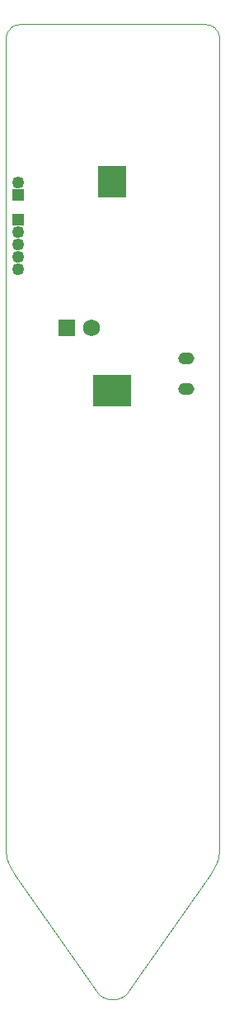
<source format=gbs>
G04*
G04 #@! TF.GenerationSoftware,Altium Limited,Altium Designer,19.1.5 (86)*
G04*
G04 Layer_Color=16711935*
%FSLAX25Y25*%
%MOIN*%
G70*
G01*
G75*
%ADD15C,0.00050*%
%ADD39C,0.04937*%
%ADD40R,0.04937X0.04937*%
%ADD41C,0.06906*%
%ADD42R,0.06906X0.06906*%
%ADD43O,0.06512X0.04937*%
%ADD80R,0.11236X0.12811*%
%ADD81R,0.15173X0.12811*%
D15*
X83079Y50936D02*
X83633Y51771D01*
X84143Y52633D01*
X84609Y53520D01*
X85029Y54430D01*
X85403Y55360D01*
X85728Y56307D01*
X86005Y57270D01*
X86233Y58246D01*
X86410Y59232D01*
X86537Y60226D01*
X86614Y61225D01*
X86639Y62227D01*
X36882Y3383D02*
X37511Y2596D01*
X38236Y1897D01*
X39044Y1295D01*
X39922Y802D01*
X40855Y425D01*
X41830Y170D01*
X42829Y41D01*
X43836D01*
X44835Y170D01*
X45809Y425D01*
X46743Y802D01*
X47621Y1295D01*
X48428Y1897D01*
X49153Y2596D01*
X49782Y3383D01*
X25Y62227D02*
X51Y61225D01*
X127Y60226D01*
X254Y59232D01*
X432Y58246D01*
X659Y57270D01*
X936Y56307D01*
X1262Y55360D01*
X1635Y54430D01*
X2055Y53520D01*
X2521Y52633D01*
X3031Y51771D01*
X3585Y50936D01*
X5931Y393726D02*
X4905Y393636D01*
X3911Y393370D01*
X2978Y392935D01*
X2135Y392344D01*
X1407Y391616D01*
X816Y390773D01*
X381Y389840D01*
X115Y388846D01*
X25Y387820D01*
X86639Y387820D02*
X86550Y388846D01*
X86283Y389840D01*
X85848Y390773D01*
X85258Y391616D01*
X84530Y392344D01*
X83686Y392935D01*
X82753Y393370D01*
X81759Y393636D01*
X80734Y393726D01*
X86639Y62227D02*
Y387820D01*
X49782Y3383D02*
X83079Y50936D01*
X3585D02*
X36882Y3383D01*
X25Y62227D02*
Y387820D01*
X5931Y393726D02*
X80734D01*
D39*
X5000Y310000D02*
D03*
Y305000D02*
D03*
Y300000D02*
D03*
Y295000D02*
D03*
Y330000D02*
D03*
D40*
Y315000D02*
D03*
Y325000D02*
D03*
D41*
X34900Y271300D02*
D03*
D42*
X24900D02*
D03*
D43*
X73300Y258999D02*
D03*
Y246401D02*
D03*
D80*
X43300Y330095D02*
D03*
D81*
Y245843D02*
D03*
M02*

</source>
